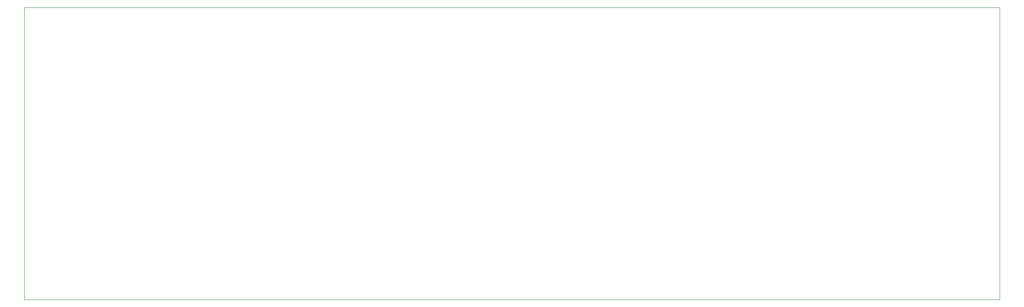
<source format=gbr>
%TF.GenerationSoftware,KiCad,Pcbnew,(5.1.12)-1*%
%TF.CreationDate,2021-12-19T17:26:02-05:00*%
%TF.ProjectId,FlipDisplay-Main,466c6970-4469-4737-906c-61792d4d6169,rev?*%
%TF.SameCoordinates,Original*%
%TF.FileFunction,Profile,NP*%
%FSLAX46Y46*%
G04 Gerber Fmt 4.6, Leading zero omitted, Abs format (unit mm)*
G04 Created by KiCad (PCBNEW (5.1.12)-1) date 2021-12-19 17:26:02*
%MOMM*%
%LPD*%
G01*
G04 APERTURE LIST*
%TA.AperFunction,Profile*%
%ADD10C,0.050000*%
%TD*%
G04 APERTURE END LIST*
D10*
X65000000Y-140000000D02*
X65000000Y-80000000D01*
X265000000Y-140000000D02*
X65000000Y-140000000D01*
X265000000Y-80000000D02*
X265000000Y-140000000D01*
X65000000Y-80000000D02*
X265000000Y-80000000D01*
M02*

</source>
